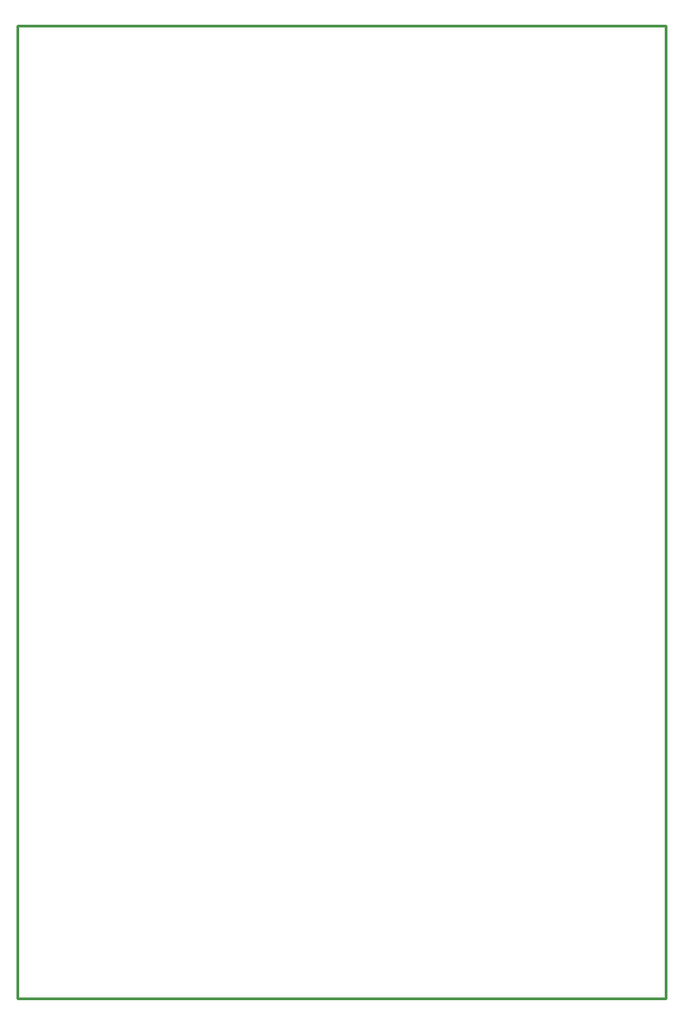
<source format=gbr>
%TF.GenerationSoftware,KiCad,Pcbnew,7.0.9-7.0.9~ubuntu22.04.1*%
%TF.CreationDate,2026-01-29T14:23:22+02:00*%
%TF.ProjectId,ESP32-P4-PC_Rev_B,45535033-322d-4503-942d-50435f526576,B*%
%TF.SameCoordinates,PX80befc0PY7459280*%
%TF.FileFunction,Profile,NP*%
%FSLAX46Y46*%
G04 Gerber Fmt 4.6, Leading zero omitted, Abs format (unit mm)*
G04 Created by KiCad (PCBNEW 7.0.9-7.0.9~ubuntu22.04.1) date 2026-01-29 14:23:22*
%MOMM*%
%LPD*%
G01*
G04 APERTURE LIST*
%TA.AperFunction,Profile*%
%ADD10C,0.254000*%
%TD*%
G04 APERTURE END LIST*
D10*
X60000000Y90000000D02*
X0Y90000000D01*
X60000000Y0D02*
X60000000Y90000000D01*
X0Y90000000D02*
X0Y0D01*
X0Y0D02*
X60000000Y0D01*
M02*

</source>
